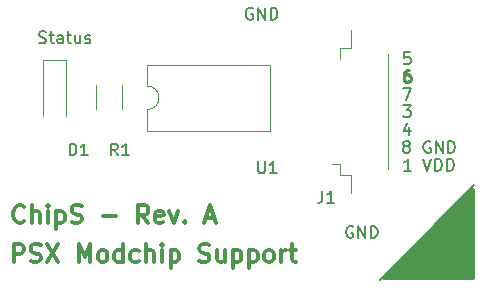
<source format=gbr>
%TF.GenerationSoftware,KiCad,Pcbnew,4.0.6*%
%TF.CreationDate,2017-07-29T18:57:00+02:00*%
%TF.ProjectId,ChipS,43686970532E6B696361645F70636200,rev?*%
%TF.FileFunction,Legend,Top*%
%FSLAX46Y46*%
G04 Gerber Fmt 4.6, Leading zero omitted, Abs format (unit mm)*
G04 Created by KiCad (PCBNEW 4.0.6) date 07/29/17 18:57:00*
%MOMM*%
%LPD*%
G01*
G04 APERTURE LIST*
%ADD10C,0.100000*%
%ADD11C,0.200000*%
%ADD12C,0.300000*%
%ADD13C,0.250000*%
%ADD14C,0.120000*%
%ADD15C,0.150000*%
G04 APERTURE END LIST*
D10*
D11*
X97261905Y-61000000D02*
X97166667Y-60952381D01*
X97023810Y-60952381D01*
X96880952Y-61000000D01*
X96785714Y-61095238D01*
X96738095Y-61190476D01*
X96690476Y-61380952D01*
X96690476Y-61523810D01*
X96738095Y-61714286D01*
X96785714Y-61809524D01*
X96880952Y-61904762D01*
X97023810Y-61952381D01*
X97119048Y-61952381D01*
X97261905Y-61904762D01*
X97309524Y-61857143D01*
X97309524Y-61523810D01*
X97119048Y-61523810D01*
X97738095Y-61952381D02*
X97738095Y-60952381D01*
X98309524Y-61952381D01*
X98309524Y-60952381D01*
X98785714Y-61952381D02*
X98785714Y-60952381D01*
X99023809Y-60952381D01*
X99166667Y-61000000D01*
X99261905Y-61095238D01*
X99309524Y-61190476D01*
X99357143Y-61380952D01*
X99357143Y-61523810D01*
X99309524Y-61714286D01*
X99261905Y-61809524D01*
X99166667Y-61904762D01*
X99023809Y-61952381D01*
X98785714Y-61952381D01*
X110579096Y-64722381D02*
X110102905Y-64722381D01*
X110055286Y-65198571D01*
X110102905Y-65150952D01*
X110198143Y-65103333D01*
X110436239Y-65103333D01*
X110531477Y-65150952D01*
X110579096Y-65198571D01*
X110626715Y-65293810D01*
X110626715Y-65531905D01*
X110579096Y-65627143D01*
X110531477Y-65674762D01*
X110436239Y-65722381D01*
X110198143Y-65722381D01*
X110102905Y-65674762D01*
X110055286Y-65627143D01*
X110200000Y-72680952D02*
X110104762Y-72633333D01*
X110057143Y-72585714D01*
X110009524Y-72490476D01*
X110009524Y-72442857D01*
X110057143Y-72347619D01*
X110104762Y-72300000D01*
X110200000Y-72252381D01*
X110390477Y-72252381D01*
X110485715Y-72300000D01*
X110533334Y-72347619D01*
X110580953Y-72442857D01*
X110580953Y-72490476D01*
X110533334Y-72585714D01*
X110485715Y-72633333D01*
X110390477Y-72680952D01*
X110200000Y-72680952D01*
X110104762Y-72728571D01*
X110057143Y-72776190D01*
X110009524Y-72871429D01*
X110009524Y-73061905D01*
X110057143Y-73157143D01*
X110104762Y-73204762D01*
X110200000Y-73252381D01*
X110390477Y-73252381D01*
X110485715Y-73204762D01*
X110533334Y-73157143D01*
X110580953Y-73061905D01*
X110580953Y-72871429D01*
X110533334Y-72776190D01*
X110485715Y-72728571D01*
X110390477Y-72680952D01*
X112295239Y-72300000D02*
X112200001Y-72252381D01*
X112057144Y-72252381D01*
X111914286Y-72300000D01*
X111819048Y-72395238D01*
X111771429Y-72490476D01*
X111723810Y-72680952D01*
X111723810Y-72823810D01*
X111771429Y-73014286D01*
X111819048Y-73109524D01*
X111914286Y-73204762D01*
X112057144Y-73252381D01*
X112152382Y-73252381D01*
X112295239Y-73204762D01*
X112342858Y-73157143D01*
X112342858Y-72823810D01*
X112152382Y-72823810D01*
X112771429Y-73252381D02*
X112771429Y-72252381D01*
X113342858Y-73252381D01*
X113342858Y-72252381D01*
X113819048Y-73252381D02*
X113819048Y-72252381D01*
X114057143Y-72252381D01*
X114200001Y-72300000D01*
X114295239Y-72395238D01*
X114342858Y-72490476D01*
X114390477Y-72680952D01*
X114390477Y-72823810D01*
X114342858Y-73014286D01*
X114295239Y-73109524D01*
X114200001Y-73204762D01*
X114057143Y-73252381D01*
X113819048Y-73252381D01*
X110676191Y-74752381D02*
X110104762Y-74752381D01*
X110390476Y-74752381D02*
X110390476Y-73752381D01*
X110295238Y-73895238D01*
X110200000Y-73990476D01*
X110104762Y-74038095D01*
X111723810Y-73752381D02*
X112057143Y-74752381D01*
X112390477Y-73752381D01*
X112723810Y-74752381D02*
X112723810Y-73752381D01*
X112961905Y-73752381D01*
X113104763Y-73800000D01*
X113200001Y-73895238D01*
X113247620Y-73990476D01*
X113295239Y-74180952D01*
X113295239Y-74323810D01*
X113247620Y-74514286D01*
X113200001Y-74609524D01*
X113104763Y-74704762D01*
X112961905Y-74752381D01*
X112723810Y-74752381D01*
X113723810Y-74752381D02*
X113723810Y-73752381D01*
X113961905Y-73752381D01*
X114104763Y-73800000D01*
X114200001Y-73895238D01*
X114247620Y-73990476D01*
X114295239Y-74180952D01*
X114295239Y-74323810D01*
X114247620Y-74514286D01*
X114200001Y-74609524D01*
X114104763Y-74704762D01*
X113961905Y-74752381D01*
X113723810Y-74752381D01*
X110531477Y-71055714D02*
X110531477Y-71722381D01*
X110293381Y-70674762D02*
X110055286Y-71389048D01*
X110674334Y-71389048D01*
X110007667Y-69222381D02*
X110626715Y-69222381D01*
X110293381Y-69603333D01*
X110436239Y-69603333D01*
X110531477Y-69650952D01*
X110579096Y-69698571D01*
X110626715Y-69793810D01*
X110626715Y-70031905D01*
X110579096Y-70127143D01*
X110531477Y-70174762D01*
X110436239Y-70222381D01*
X110150524Y-70222381D01*
X110055286Y-70174762D01*
X110007667Y-70127143D01*
X110007667Y-67722381D02*
X110674334Y-67722381D01*
X110245762Y-68722381D01*
D12*
X77028572Y-82478571D02*
X77028572Y-80978571D01*
X77600000Y-80978571D01*
X77742858Y-81050000D01*
X77814286Y-81121429D01*
X77885715Y-81264286D01*
X77885715Y-81478571D01*
X77814286Y-81621429D01*
X77742858Y-81692857D01*
X77600000Y-81764286D01*
X77028572Y-81764286D01*
X78457143Y-82407143D02*
X78671429Y-82478571D01*
X79028572Y-82478571D01*
X79171429Y-82407143D01*
X79242858Y-82335714D01*
X79314286Y-82192857D01*
X79314286Y-82050000D01*
X79242858Y-81907143D01*
X79171429Y-81835714D01*
X79028572Y-81764286D01*
X78742858Y-81692857D01*
X78600000Y-81621429D01*
X78528572Y-81550000D01*
X78457143Y-81407143D01*
X78457143Y-81264286D01*
X78528572Y-81121429D01*
X78600000Y-81050000D01*
X78742858Y-80978571D01*
X79100000Y-80978571D01*
X79314286Y-81050000D01*
X79814286Y-80978571D02*
X80814286Y-82478571D01*
X80814286Y-80978571D02*
X79814286Y-82478571D01*
X82528571Y-82478571D02*
X82528571Y-80978571D01*
X83028571Y-82050000D01*
X83528571Y-80978571D01*
X83528571Y-82478571D01*
X84457143Y-82478571D02*
X84314285Y-82407143D01*
X84242857Y-82335714D01*
X84171428Y-82192857D01*
X84171428Y-81764286D01*
X84242857Y-81621429D01*
X84314285Y-81550000D01*
X84457143Y-81478571D01*
X84671428Y-81478571D01*
X84814285Y-81550000D01*
X84885714Y-81621429D01*
X84957143Y-81764286D01*
X84957143Y-82192857D01*
X84885714Y-82335714D01*
X84814285Y-82407143D01*
X84671428Y-82478571D01*
X84457143Y-82478571D01*
X86242857Y-82478571D02*
X86242857Y-80978571D01*
X86242857Y-82407143D02*
X86100000Y-82478571D01*
X85814286Y-82478571D01*
X85671428Y-82407143D01*
X85600000Y-82335714D01*
X85528571Y-82192857D01*
X85528571Y-81764286D01*
X85600000Y-81621429D01*
X85671428Y-81550000D01*
X85814286Y-81478571D01*
X86100000Y-81478571D01*
X86242857Y-81550000D01*
X87600000Y-82407143D02*
X87457143Y-82478571D01*
X87171429Y-82478571D01*
X87028571Y-82407143D01*
X86957143Y-82335714D01*
X86885714Y-82192857D01*
X86885714Y-81764286D01*
X86957143Y-81621429D01*
X87028571Y-81550000D01*
X87171429Y-81478571D01*
X87457143Y-81478571D01*
X87600000Y-81550000D01*
X88242857Y-82478571D02*
X88242857Y-80978571D01*
X88885714Y-82478571D02*
X88885714Y-81692857D01*
X88814285Y-81550000D01*
X88671428Y-81478571D01*
X88457143Y-81478571D01*
X88314285Y-81550000D01*
X88242857Y-81621429D01*
X89600000Y-82478571D02*
X89600000Y-81478571D01*
X89600000Y-80978571D02*
X89528571Y-81050000D01*
X89600000Y-81121429D01*
X89671428Y-81050000D01*
X89600000Y-80978571D01*
X89600000Y-81121429D01*
X90314286Y-81478571D02*
X90314286Y-82978571D01*
X90314286Y-81550000D02*
X90457143Y-81478571D01*
X90742857Y-81478571D01*
X90885714Y-81550000D01*
X90957143Y-81621429D01*
X91028572Y-81764286D01*
X91028572Y-82192857D01*
X90957143Y-82335714D01*
X90885714Y-82407143D01*
X90742857Y-82478571D01*
X90457143Y-82478571D01*
X90314286Y-82407143D01*
X92742857Y-82407143D02*
X92957143Y-82478571D01*
X93314286Y-82478571D01*
X93457143Y-82407143D01*
X93528572Y-82335714D01*
X93600000Y-82192857D01*
X93600000Y-82050000D01*
X93528572Y-81907143D01*
X93457143Y-81835714D01*
X93314286Y-81764286D01*
X93028572Y-81692857D01*
X92885714Y-81621429D01*
X92814286Y-81550000D01*
X92742857Y-81407143D01*
X92742857Y-81264286D01*
X92814286Y-81121429D01*
X92885714Y-81050000D01*
X93028572Y-80978571D01*
X93385714Y-80978571D01*
X93600000Y-81050000D01*
X94885714Y-81478571D02*
X94885714Y-82478571D01*
X94242857Y-81478571D02*
X94242857Y-82264286D01*
X94314285Y-82407143D01*
X94457143Y-82478571D01*
X94671428Y-82478571D01*
X94814285Y-82407143D01*
X94885714Y-82335714D01*
X95600000Y-81478571D02*
X95600000Y-82978571D01*
X95600000Y-81550000D02*
X95742857Y-81478571D01*
X96028571Y-81478571D01*
X96171428Y-81550000D01*
X96242857Y-81621429D01*
X96314286Y-81764286D01*
X96314286Y-82192857D01*
X96242857Y-82335714D01*
X96171428Y-82407143D01*
X96028571Y-82478571D01*
X95742857Y-82478571D01*
X95600000Y-82407143D01*
X96957143Y-81478571D02*
X96957143Y-82978571D01*
X96957143Y-81550000D02*
X97100000Y-81478571D01*
X97385714Y-81478571D01*
X97528571Y-81550000D01*
X97600000Y-81621429D01*
X97671429Y-81764286D01*
X97671429Y-82192857D01*
X97600000Y-82335714D01*
X97528571Y-82407143D01*
X97385714Y-82478571D01*
X97100000Y-82478571D01*
X96957143Y-82407143D01*
X98528572Y-82478571D02*
X98385714Y-82407143D01*
X98314286Y-82335714D01*
X98242857Y-82192857D01*
X98242857Y-81764286D01*
X98314286Y-81621429D01*
X98385714Y-81550000D01*
X98528572Y-81478571D01*
X98742857Y-81478571D01*
X98885714Y-81550000D01*
X98957143Y-81621429D01*
X99028572Y-81764286D01*
X99028572Y-82192857D01*
X98957143Y-82335714D01*
X98885714Y-82407143D01*
X98742857Y-82478571D01*
X98528572Y-82478571D01*
X99671429Y-82478571D02*
X99671429Y-81478571D01*
X99671429Y-81764286D02*
X99742857Y-81621429D01*
X99814286Y-81550000D01*
X99957143Y-81478571D01*
X100100000Y-81478571D01*
X100385714Y-81478571D02*
X100957143Y-81478571D01*
X100600000Y-80978571D02*
X100600000Y-82264286D01*
X100671428Y-82407143D01*
X100814286Y-82478571D01*
X100957143Y-82478571D01*
D11*
X79190476Y-63904762D02*
X79333333Y-63952381D01*
X79571429Y-63952381D01*
X79666667Y-63904762D01*
X79714286Y-63857143D01*
X79761905Y-63761905D01*
X79761905Y-63666667D01*
X79714286Y-63571429D01*
X79666667Y-63523810D01*
X79571429Y-63476190D01*
X79380952Y-63428571D01*
X79285714Y-63380952D01*
X79238095Y-63333333D01*
X79190476Y-63238095D01*
X79190476Y-63142857D01*
X79238095Y-63047619D01*
X79285714Y-63000000D01*
X79380952Y-62952381D01*
X79619048Y-62952381D01*
X79761905Y-63000000D01*
X80047619Y-63285714D02*
X80428571Y-63285714D01*
X80190476Y-62952381D02*
X80190476Y-63809524D01*
X80238095Y-63904762D01*
X80333333Y-63952381D01*
X80428571Y-63952381D01*
X81190477Y-63952381D02*
X81190477Y-63428571D01*
X81142858Y-63333333D01*
X81047620Y-63285714D01*
X80857143Y-63285714D01*
X80761905Y-63333333D01*
X81190477Y-63904762D02*
X81095239Y-63952381D01*
X80857143Y-63952381D01*
X80761905Y-63904762D01*
X80714286Y-63809524D01*
X80714286Y-63714286D01*
X80761905Y-63619048D01*
X80857143Y-63571429D01*
X81095239Y-63571429D01*
X81190477Y-63523810D01*
X81523810Y-63285714D02*
X81904762Y-63285714D01*
X81666667Y-62952381D02*
X81666667Y-63809524D01*
X81714286Y-63904762D01*
X81809524Y-63952381D01*
X81904762Y-63952381D01*
X82666668Y-63285714D02*
X82666668Y-63952381D01*
X82238096Y-63285714D02*
X82238096Y-63809524D01*
X82285715Y-63904762D01*
X82380953Y-63952381D01*
X82523811Y-63952381D01*
X82619049Y-63904762D01*
X82666668Y-63857143D01*
X83095239Y-63904762D02*
X83190477Y-63952381D01*
X83380953Y-63952381D01*
X83476192Y-63904762D01*
X83523811Y-63809524D01*
X83523811Y-63761905D01*
X83476192Y-63666667D01*
X83380953Y-63619048D01*
X83238096Y-63619048D01*
X83142858Y-63571429D01*
X83095239Y-63476190D01*
X83095239Y-63428571D01*
X83142858Y-63333333D01*
X83238096Y-63285714D01*
X83380953Y-63285714D01*
X83476192Y-63333333D01*
D13*
X110531477Y-66222381D02*
X110341000Y-66222381D01*
X110245762Y-66270000D01*
X110198143Y-66317619D01*
X110102905Y-66460476D01*
X110055286Y-66650952D01*
X110055286Y-67031905D01*
X110102905Y-67127143D01*
X110150524Y-67174762D01*
X110245762Y-67222381D01*
X110436239Y-67222381D01*
X110531477Y-67174762D01*
X110579096Y-67127143D01*
X110626715Y-67031905D01*
X110626715Y-66793810D01*
X110579096Y-66698571D01*
X110531477Y-66650952D01*
X110436239Y-66603333D01*
X110245762Y-66603333D01*
X110150524Y-66650952D01*
X110102905Y-66698571D01*
X110055286Y-66793810D01*
D12*
X77928572Y-79035714D02*
X77857143Y-79107143D01*
X77642857Y-79178571D01*
X77500000Y-79178571D01*
X77285715Y-79107143D01*
X77142857Y-78964286D01*
X77071429Y-78821429D01*
X77000000Y-78535714D01*
X77000000Y-78321429D01*
X77071429Y-78035714D01*
X77142857Y-77892857D01*
X77285715Y-77750000D01*
X77500000Y-77678571D01*
X77642857Y-77678571D01*
X77857143Y-77750000D01*
X77928572Y-77821429D01*
X78571429Y-79178571D02*
X78571429Y-77678571D01*
X79214286Y-79178571D02*
X79214286Y-78392857D01*
X79142857Y-78250000D01*
X79000000Y-78178571D01*
X78785715Y-78178571D01*
X78642857Y-78250000D01*
X78571429Y-78321429D01*
X79928572Y-79178571D02*
X79928572Y-78178571D01*
X79928572Y-77678571D02*
X79857143Y-77750000D01*
X79928572Y-77821429D01*
X80000000Y-77750000D01*
X79928572Y-77678571D01*
X79928572Y-77821429D01*
X80642858Y-78178571D02*
X80642858Y-79678571D01*
X80642858Y-78250000D02*
X80785715Y-78178571D01*
X81071429Y-78178571D01*
X81214286Y-78250000D01*
X81285715Y-78321429D01*
X81357144Y-78464286D01*
X81357144Y-78892857D01*
X81285715Y-79035714D01*
X81214286Y-79107143D01*
X81071429Y-79178571D01*
X80785715Y-79178571D01*
X80642858Y-79107143D01*
X81928572Y-79107143D02*
X82142858Y-79178571D01*
X82500001Y-79178571D01*
X82642858Y-79107143D01*
X82714287Y-79035714D01*
X82785715Y-78892857D01*
X82785715Y-78750000D01*
X82714287Y-78607143D01*
X82642858Y-78535714D01*
X82500001Y-78464286D01*
X82214287Y-78392857D01*
X82071429Y-78321429D01*
X82000001Y-78250000D01*
X81928572Y-78107143D01*
X81928572Y-77964286D01*
X82000001Y-77821429D01*
X82071429Y-77750000D01*
X82214287Y-77678571D01*
X82571429Y-77678571D01*
X82785715Y-77750000D01*
X84571429Y-78607143D02*
X85714286Y-78607143D01*
X88428572Y-79178571D02*
X87928572Y-78464286D01*
X87571429Y-79178571D02*
X87571429Y-77678571D01*
X88142857Y-77678571D01*
X88285715Y-77750000D01*
X88357143Y-77821429D01*
X88428572Y-77964286D01*
X88428572Y-78178571D01*
X88357143Y-78321429D01*
X88285715Y-78392857D01*
X88142857Y-78464286D01*
X87571429Y-78464286D01*
X89642857Y-79107143D02*
X89500000Y-79178571D01*
X89214286Y-79178571D01*
X89071429Y-79107143D01*
X89000000Y-78964286D01*
X89000000Y-78392857D01*
X89071429Y-78250000D01*
X89214286Y-78178571D01*
X89500000Y-78178571D01*
X89642857Y-78250000D01*
X89714286Y-78392857D01*
X89714286Y-78535714D01*
X89000000Y-78678571D01*
X90214286Y-78178571D02*
X90571429Y-79178571D01*
X90928571Y-78178571D01*
X91500000Y-79035714D02*
X91571428Y-79107143D01*
X91500000Y-79178571D01*
X91428571Y-79107143D01*
X91500000Y-79035714D01*
X91500000Y-79178571D01*
X93285714Y-78750000D02*
X94000000Y-78750000D01*
X93142857Y-79178571D02*
X93642857Y-77678571D01*
X94142857Y-79178571D01*
D11*
X108000000Y-84000000D02*
X116000000Y-76000000D01*
D14*
X104685900Y-65300600D02*
X104685900Y-64350600D01*
X104685900Y-64350600D02*
X105585900Y-64350600D01*
X105585900Y-64350600D02*
X105585900Y-62850600D01*
X104685900Y-74200600D02*
X104685900Y-75150600D01*
X104685900Y-75150600D02*
X105585900Y-75150600D01*
X105585900Y-75150600D02*
X105585900Y-76650600D01*
X108685900Y-74600600D02*
X108685900Y-64900600D01*
X104685900Y-74200600D02*
X103935900Y-74200600D01*
X88326000Y-69582200D02*
X88326000Y-71352200D01*
X88326000Y-71352200D02*
X98726000Y-71352200D01*
X98726000Y-71352200D02*
X98726000Y-65812200D01*
X98726000Y-65812200D02*
X88326000Y-65812200D01*
X88326000Y-65812200D02*
X88326000Y-67582200D01*
X88326000Y-67582200D02*
G75*
G02X88326000Y-69582200I0J-1000000D01*
G01*
X84030000Y-69500000D02*
X84030000Y-67500000D01*
X86170000Y-67500000D02*
X86170000Y-69500000D01*
X81450000Y-65400000D02*
X79550000Y-65400000D01*
X79550000Y-65400000D02*
X79550000Y-70100000D01*
X81450000Y-65400000D02*
X81450000Y-70100000D01*
D15*
X105738096Y-79500000D02*
X105642858Y-79452381D01*
X105500001Y-79452381D01*
X105357143Y-79500000D01*
X105261905Y-79595238D01*
X105214286Y-79690476D01*
X105166667Y-79880952D01*
X105166667Y-80023810D01*
X105214286Y-80214286D01*
X105261905Y-80309524D01*
X105357143Y-80404762D01*
X105500001Y-80452381D01*
X105595239Y-80452381D01*
X105738096Y-80404762D01*
X105785715Y-80357143D01*
X105785715Y-80023810D01*
X105595239Y-80023810D01*
X106214286Y-80452381D02*
X106214286Y-79452381D01*
X106785715Y-80452381D01*
X106785715Y-79452381D01*
X107261905Y-80452381D02*
X107261905Y-79452381D01*
X107500000Y-79452381D01*
X107642858Y-79500000D01*
X107738096Y-79595238D01*
X107785715Y-79690476D01*
X107833334Y-79880952D01*
X107833334Y-80023810D01*
X107785715Y-80214286D01*
X107738096Y-80309524D01*
X107642858Y-80404762D01*
X107500000Y-80452381D01*
X107261905Y-80452381D01*
X103166667Y-76452381D02*
X103166667Y-77166667D01*
X103119047Y-77309524D01*
X103023809Y-77404762D01*
X102880952Y-77452381D01*
X102785714Y-77452381D01*
X104166667Y-77452381D02*
X103595238Y-77452381D01*
X103880952Y-77452381D02*
X103880952Y-76452381D01*
X103785714Y-76595238D01*
X103690476Y-76690476D01*
X103595238Y-76738095D01*
X97738095Y-73952381D02*
X97738095Y-74761905D01*
X97785714Y-74857143D01*
X97833333Y-74904762D01*
X97928571Y-74952381D01*
X98119048Y-74952381D01*
X98214286Y-74904762D01*
X98261905Y-74857143D01*
X98309524Y-74761905D01*
X98309524Y-73952381D01*
X99309524Y-74952381D02*
X98738095Y-74952381D01*
X99023809Y-74952381D02*
X99023809Y-73952381D01*
X98928571Y-74095238D01*
X98833333Y-74190476D01*
X98738095Y-74238095D01*
X85833334Y-73452381D02*
X85500000Y-72976190D01*
X85261905Y-73452381D02*
X85261905Y-72452381D01*
X85642858Y-72452381D01*
X85738096Y-72500000D01*
X85785715Y-72547619D01*
X85833334Y-72642857D01*
X85833334Y-72785714D01*
X85785715Y-72880952D01*
X85738096Y-72928571D01*
X85642858Y-72976190D01*
X85261905Y-72976190D01*
X86785715Y-73452381D02*
X86214286Y-73452381D01*
X86500000Y-73452381D02*
X86500000Y-72452381D01*
X86404762Y-72595238D01*
X86309524Y-72690476D01*
X86214286Y-72738095D01*
X81761905Y-73452381D02*
X81761905Y-72452381D01*
X82000000Y-72452381D01*
X82142858Y-72500000D01*
X82238096Y-72595238D01*
X82285715Y-72690476D01*
X82333334Y-72880952D01*
X82333334Y-73023810D01*
X82285715Y-73214286D01*
X82238096Y-73309524D01*
X82142858Y-73404762D01*
X82000000Y-73452381D01*
X81761905Y-73452381D01*
X83285715Y-73452381D02*
X82714286Y-73452381D01*
X83000000Y-73452381D02*
X83000000Y-72452381D01*
X82904762Y-72595238D01*
X82809524Y-72690476D01*
X82714286Y-72738095D01*
D13*
G36*
X115875000Y-83875000D02*
X108301776Y-83875000D01*
X115875000Y-76301776D01*
X115875000Y-83875000D01*
X115875000Y-83875000D01*
G37*
X115875000Y-83875000D02*
X108301776Y-83875000D01*
X115875000Y-76301776D01*
X115875000Y-83875000D01*
M02*

</source>
